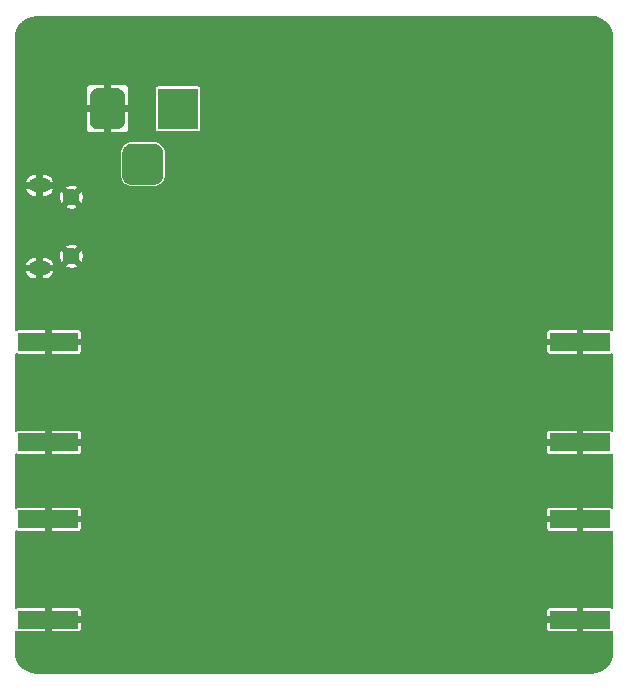
<source format=gbr>
G04 #@! TF.GenerationSoftware,KiCad,Pcbnew,5.1.5-52549c5~86~ubuntu18.04.1*
G04 #@! TF.CreationDate,2020-05-03T22:10:49-04:00*
G04 #@! TF.ProjectId,lna-filt,6c6e612d-6669-46c7-942e-6b696361645f,rev?*
G04 #@! TF.SameCoordinates,Original*
G04 #@! TF.FileFunction,Copper,L2,Bot*
G04 #@! TF.FilePolarity,Positive*
%FSLAX46Y46*%
G04 Gerber Fmt 4.6, Leading zero omitted, Abs format (unit mm)*
G04 Created by KiCad (PCBNEW 5.1.5-52549c5~86~ubuntu18.04.1) date 2020-05-03 22:10:49*
%MOMM*%
%LPD*%
G04 APERTURE LIST*
%ADD10R,5.080000X1.500000*%
%ADD11O,1.900000X1.200000*%
%ADD12C,1.450000*%
%ADD13C,0.100000*%
%ADD14R,3.500000X3.500000*%
%ADD15C,0.800000*%
%ADD16C,0.127000*%
G04 APERTURE END LIST*
D10*
X85000000Y-79250000D03*
X85000000Y-70750000D03*
X130000000Y-70750000D03*
X130000000Y-79250000D03*
D11*
X84262500Y-49500000D03*
X84262500Y-42500000D03*
D12*
X86962500Y-48500000D03*
X86962500Y-43500000D03*
G04 #@! TA.AperFunction,ComponentPad*
D13*
G36*
X93960765Y-38954213D02*
G01*
X94045704Y-38966813D01*
X94128999Y-38987677D01*
X94209848Y-39016605D01*
X94287472Y-39053319D01*
X94361124Y-39097464D01*
X94430094Y-39148616D01*
X94493718Y-39206282D01*
X94551384Y-39269906D01*
X94602536Y-39338876D01*
X94646681Y-39412528D01*
X94683395Y-39490152D01*
X94712323Y-39571001D01*
X94733187Y-39654296D01*
X94745787Y-39739235D01*
X94750000Y-39825000D01*
X94750000Y-41575000D01*
X94745787Y-41660765D01*
X94733187Y-41745704D01*
X94712323Y-41828999D01*
X94683395Y-41909848D01*
X94646681Y-41987472D01*
X94602536Y-42061124D01*
X94551384Y-42130094D01*
X94493718Y-42193718D01*
X94430094Y-42251384D01*
X94361124Y-42302536D01*
X94287472Y-42346681D01*
X94209848Y-42383395D01*
X94128999Y-42412323D01*
X94045704Y-42433187D01*
X93960765Y-42445787D01*
X93875000Y-42450000D01*
X92125000Y-42450000D01*
X92039235Y-42445787D01*
X91954296Y-42433187D01*
X91871001Y-42412323D01*
X91790152Y-42383395D01*
X91712528Y-42346681D01*
X91638876Y-42302536D01*
X91569906Y-42251384D01*
X91506282Y-42193718D01*
X91448616Y-42130094D01*
X91397464Y-42061124D01*
X91353319Y-41987472D01*
X91316605Y-41909848D01*
X91287677Y-41828999D01*
X91266813Y-41745704D01*
X91254213Y-41660765D01*
X91250000Y-41575000D01*
X91250000Y-39825000D01*
X91254213Y-39739235D01*
X91266813Y-39654296D01*
X91287677Y-39571001D01*
X91316605Y-39490152D01*
X91353319Y-39412528D01*
X91397464Y-39338876D01*
X91448616Y-39269906D01*
X91506282Y-39206282D01*
X91569906Y-39148616D01*
X91638876Y-39097464D01*
X91712528Y-39053319D01*
X91790152Y-39016605D01*
X91871001Y-38987677D01*
X91954296Y-38966813D01*
X92039235Y-38954213D01*
X92125000Y-38950000D01*
X93875000Y-38950000D01*
X93960765Y-38954213D01*
G37*
G04 #@! TD.AperFunction*
G04 #@! TA.AperFunction,ComponentPad*
G36*
X90823513Y-34253611D02*
G01*
X90896318Y-34264411D01*
X90967714Y-34282295D01*
X91037013Y-34307090D01*
X91103548Y-34338559D01*
X91166678Y-34376398D01*
X91225795Y-34420242D01*
X91280330Y-34469670D01*
X91329758Y-34524205D01*
X91373602Y-34583322D01*
X91411441Y-34646452D01*
X91442910Y-34712987D01*
X91467705Y-34782286D01*
X91485589Y-34853682D01*
X91496389Y-34926487D01*
X91500000Y-35000000D01*
X91500000Y-37000000D01*
X91496389Y-37073513D01*
X91485589Y-37146318D01*
X91467705Y-37217714D01*
X91442910Y-37287013D01*
X91411441Y-37353548D01*
X91373602Y-37416678D01*
X91329758Y-37475795D01*
X91280330Y-37530330D01*
X91225795Y-37579758D01*
X91166678Y-37623602D01*
X91103548Y-37661441D01*
X91037013Y-37692910D01*
X90967714Y-37717705D01*
X90896318Y-37735589D01*
X90823513Y-37746389D01*
X90750000Y-37750000D01*
X89250000Y-37750000D01*
X89176487Y-37746389D01*
X89103682Y-37735589D01*
X89032286Y-37717705D01*
X88962987Y-37692910D01*
X88896452Y-37661441D01*
X88833322Y-37623602D01*
X88774205Y-37579758D01*
X88719670Y-37530330D01*
X88670242Y-37475795D01*
X88626398Y-37416678D01*
X88588559Y-37353548D01*
X88557090Y-37287013D01*
X88532295Y-37217714D01*
X88514411Y-37146318D01*
X88503611Y-37073513D01*
X88500000Y-37000000D01*
X88500000Y-35000000D01*
X88503611Y-34926487D01*
X88514411Y-34853682D01*
X88532295Y-34782286D01*
X88557090Y-34712987D01*
X88588559Y-34646452D01*
X88626398Y-34583322D01*
X88670242Y-34524205D01*
X88719670Y-34469670D01*
X88774205Y-34420242D01*
X88833322Y-34376398D01*
X88896452Y-34338559D01*
X88962987Y-34307090D01*
X89032286Y-34282295D01*
X89103682Y-34264411D01*
X89176487Y-34253611D01*
X89250000Y-34250000D01*
X90750000Y-34250000D01*
X90823513Y-34253611D01*
G37*
G04 #@! TD.AperFunction*
D14*
X96000000Y-36000000D03*
D10*
X130000000Y-55750000D03*
X130000000Y-64250000D03*
X85000000Y-64250000D03*
X85000000Y-55750000D03*
D15*
X126500000Y-55750000D03*
X126500000Y-64250000D03*
X88500000Y-64250000D03*
X88500000Y-55750000D03*
X88500000Y-70750000D03*
X88500000Y-79250000D03*
X126500000Y-79250000D03*
X126500000Y-70750000D03*
X88500000Y-59000000D03*
X90500000Y-59000000D03*
X92500000Y-59000000D03*
X94500000Y-59000000D03*
X96500000Y-59000000D03*
X98500000Y-59000000D03*
X100500000Y-59000000D03*
X102500000Y-59000000D03*
X104500000Y-59000000D03*
X100500000Y-61000000D03*
X92500000Y-61000000D03*
X98500000Y-61000000D03*
X102500000Y-61000000D03*
X96500000Y-61000000D03*
X88500000Y-61000000D03*
X90500000Y-61000000D03*
X104500000Y-61000000D03*
X94500000Y-61000000D03*
X109500000Y-59000000D03*
X112500000Y-55000000D03*
X108000000Y-47500000D03*
X106500000Y-48000000D03*
X104000000Y-37000000D03*
X110000000Y-37000000D03*
X107000000Y-35000000D03*
X107000000Y-41500000D03*
X111500000Y-59000000D03*
X113500000Y-59000000D03*
X117500000Y-61000000D03*
X119500000Y-61000000D03*
X121500000Y-61000000D03*
X125500000Y-61000000D03*
X123500000Y-61000000D03*
X119500000Y-59000000D03*
X117500000Y-59000000D03*
X125500000Y-59000000D03*
X123500000Y-59000000D03*
X121500000Y-59000000D03*
X109500000Y-57000000D03*
X111500000Y-57000000D03*
X113500000Y-57000000D03*
X115500000Y-57000000D03*
X115500000Y-60000000D03*
X102500000Y-74000000D03*
X104500000Y-74000000D03*
X90500000Y-74000000D03*
X94500000Y-74000000D03*
X96500000Y-74000000D03*
X100500000Y-74000000D03*
X92500000Y-74000000D03*
X88500000Y-74000000D03*
X98500000Y-74000000D03*
X114500000Y-74000000D03*
X108500000Y-74000000D03*
X106500000Y-74000000D03*
X110500000Y-74000000D03*
X116500000Y-74000000D03*
X112500000Y-74000000D03*
X118500000Y-74000000D03*
X120500000Y-74000000D03*
X124500000Y-74000000D03*
X122500000Y-74000000D03*
X126500000Y-74000000D03*
X106500000Y-76000000D03*
X114500000Y-76000000D03*
X120500000Y-76000000D03*
X96500000Y-76000000D03*
X110500000Y-76000000D03*
X108500000Y-76000000D03*
X126500000Y-76000000D03*
X118500000Y-76000000D03*
X90500000Y-76000000D03*
X104500000Y-76000000D03*
X124500000Y-76000000D03*
X112500000Y-76000000D03*
X88500000Y-76000000D03*
X92500000Y-76000000D03*
X116500000Y-76000000D03*
X98500000Y-76000000D03*
X94500000Y-76000000D03*
X122500000Y-76000000D03*
X100500000Y-76000000D03*
X102500000Y-76000000D03*
X116500000Y-58000000D03*
X107000000Y-61000000D03*
X109500000Y-61000000D03*
X107000000Y-57000000D03*
X104500000Y-57000000D03*
X87000000Y-54000000D03*
X83000000Y-54000000D03*
X85000000Y-54000000D03*
X83000000Y-53000000D03*
X87000000Y-53000000D03*
X85000000Y-53000000D03*
X85000000Y-66000000D03*
X83000000Y-67000000D03*
X83000000Y-66000000D03*
X87000000Y-66000000D03*
X87000000Y-67000000D03*
X85000000Y-67000000D03*
X87000000Y-69000000D03*
X85000000Y-69000000D03*
X83000000Y-68000000D03*
X83000000Y-69000000D03*
X87000000Y-68000000D03*
X85000000Y-68000000D03*
X87000000Y-81000000D03*
X85000000Y-82000000D03*
X83000000Y-81000000D03*
X87000000Y-82000000D03*
X85000000Y-81000000D03*
X83000000Y-82000000D03*
X132000000Y-81000000D03*
X130000000Y-81000000D03*
X128000000Y-81000000D03*
X130000000Y-82000000D03*
X132000000Y-82000000D03*
X128000000Y-82000000D03*
X128000000Y-68000000D03*
X130000000Y-69000000D03*
X132000000Y-68000000D03*
X130000000Y-68000000D03*
X128000000Y-69000000D03*
X132000000Y-69000000D03*
X132000000Y-66000000D03*
X128000000Y-66000000D03*
X128000000Y-67000000D03*
X130000000Y-66000000D03*
X132000000Y-67000000D03*
X130000000Y-67000000D03*
X132000000Y-54000000D03*
X132000000Y-53000000D03*
X130000000Y-54000000D03*
X128000000Y-54000000D03*
X128000000Y-53000000D03*
X130000000Y-53000000D03*
X88600000Y-46200000D03*
D16*
G36*
X131341453Y-28275535D02*
G01*
X131669900Y-28374699D01*
X131972832Y-28535771D01*
X132238708Y-28752615D01*
X132457404Y-29016973D01*
X132620583Y-29318766D01*
X132722039Y-29646520D01*
X132759095Y-29999076D01*
X132759101Y-30000845D01*
X132759101Y-54769079D01*
X132717247Y-54734731D01*
X132662090Y-54705249D01*
X132602241Y-54687094D01*
X132540000Y-54680964D01*
X130269875Y-54682500D01*
X130190500Y-54761875D01*
X130190500Y-55559500D01*
X130210500Y-55559500D01*
X130210500Y-55940500D01*
X130190500Y-55940500D01*
X130190500Y-56738125D01*
X130269875Y-56817500D01*
X132540000Y-56819036D01*
X132602241Y-56812906D01*
X132662090Y-56794751D01*
X132717247Y-56765269D01*
X132759100Y-56730921D01*
X132759100Y-63269079D01*
X132717247Y-63234731D01*
X132662090Y-63205249D01*
X132602241Y-63187094D01*
X132540000Y-63180964D01*
X130269875Y-63182500D01*
X130190500Y-63261875D01*
X130190500Y-64059500D01*
X130210500Y-64059500D01*
X130210500Y-64440500D01*
X130190500Y-64440500D01*
X130190500Y-65238125D01*
X130269875Y-65317500D01*
X132540000Y-65319036D01*
X132602241Y-65312906D01*
X132662090Y-65294751D01*
X132717247Y-65265269D01*
X132759100Y-65230921D01*
X132759100Y-69769079D01*
X132717247Y-69734731D01*
X132662090Y-69705249D01*
X132602241Y-69687094D01*
X132540000Y-69680964D01*
X130269875Y-69682500D01*
X130190500Y-69761875D01*
X130190500Y-70559500D01*
X130210500Y-70559500D01*
X130210500Y-70940500D01*
X130190500Y-70940500D01*
X130190500Y-71738125D01*
X130269875Y-71817500D01*
X132540000Y-71819036D01*
X132602241Y-71812906D01*
X132662090Y-71794751D01*
X132717247Y-71765269D01*
X132759100Y-71730921D01*
X132759100Y-78269078D01*
X132717247Y-78234731D01*
X132662090Y-78205249D01*
X132602241Y-78187094D01*
X132540000Y-78180964D01*
X130269875Y-78182500D01*
X130190500Y-78261875D01*
X130190500Y-79059500D01*
X130210500Y-79059500D01*
X130210500Y-79440500D01*
X130190500Y-79440500D01*
X130190500Y-80238125D01*
X130269875Y-80317500D01*
X132540000Y-80319036D01*
X132602241Y-80312906D01*
X132662090Y-80294751D01*
X132717247Y-80265269D01*
X132759100Y-80230922D01*
X132759100Y-81988221D01*
X132724465Y-82341455D01*
X132625301Y-82669900D01*
X132464229Y-82972832D01*
X132247385Y-83238708D01*
X131983033Y-83457400D01*
X131681234Y-83620583D01*
X131353480Y-83722039D01*
X131000924Y-83759095D01*
X130999440Y-83759100D01*
X84011779Y-83759100D01*
X83658545Y-83724465D01*
X83330100Y-83625301D01*
X83027168Y-83464229D01*
X82761292Y-83247385D01*
X82542600Y-82983033D01*
X82379417Y-82681234D01*
X82277961Y-82353480D01*
X82240905Y-82000924D01*
X82240900Y-81999440D01*
X82240900Y-80230922D01*
X82282753Y-80265269D01*
X82337910Y-80294751D01*
X82397759Y-80312906D01*
X82460000Y-80319036D01*
X84730125Y-80317500D01*
X84809500Y-80238125D01*
X84809500Y-79440500D01*
X85190500Y-79440500D01*
X85190500Y-80238125D01*
X85269875Y-80317500D01*
X87540000Y-80319036D01*
X87602241Y-80312906D01*
X87662090Y-80294751D01*
X87717247Y-80265269D01*
X87765593Y-80225593D01*
X87805269Y-80177247D01*
X87834751Y-80122090D01*
X87852906Y-80062241D01*
X87859036Y-80000000D01*
X127140964Y-80000000D01*
X127147094Y-80062241D01*
X127165249Y-80122090D01*
X127194731Y-80177247D01*
X127234407Y-80225593D01*
X127282753Y-80265269D01*
X127337910Y-80294751D01*
X127397759Y-80312906D01*
X127460000Y-80319036D01*
X129730125Y-80317500D01*
X129809500Y-80238125D01*
X129809500Y-79440500D01*
X127221875Y-79440500D01*
X127142500Y-79519875D01*
X127140964Y-80000000D01*
X87859036Y-80000000D01*
X87857500Y-79519875D01*
X87778125Y-79440500D01*
X85190500Y-79440500D01*
X84809500Y-79440500D01*
X84789500Y-79440500D01*
X84789500Y-79059500D01*
X84809500Y-79059500D01*
X84809500Y-78261875D01*
X85190500Y-78261875D01*
X85190500Y-79059500D01*
X87778125Y-79059500D01*
X87857500Y-78980125D01*
X87859036Y-78500000D01*
X127140964Y-78500000D01*
X127142500Y-78980125D01*
X127221875Y-79059500D01*
X129809500Y-79059500D01*
X129809500Y-78261875D01*
X129730125Y-78182500D01*
X127460000Y-78180964D01*
X127397759Y-78187094D01*
X127337910Y-78205249D01*
X127282753Y-78234731D01*
X127234407Y-78274407D01*
X127194731Y-78322753D01*
X127165249Y-78377910D01*
X127147094Y-78437759D01*
X127140964Y-78500000D01*
X87859036Y-78500000D01*
X87852906Y-78437759D01*
X87834751Y-78377910D01*
X87805269Y-78322753D01*
X87765593Y-78274407D01*
X87717247Y-78234731D01*
X87662090Y-78205249D01*
X87602241Y-78187094D01*
X87540000Y-78180964D01*
X85269875Y-78182500D01*
X85190500Y-78261875D01*
X84809500Y-78261875D01*
X84730125Y-78182500D01*
X82460000Y-78180964D01*
X82397759Y-78187094D01*
X82337910Y-78205249D01*
X82282753Y-78234731D01*
X82240900Y-78269078D01*
X82240900Y-71730922D01*
X82282753Y-71765269D01*
X82337910Y-71794751D01*
X82397759Y-71812906D01*
X82460000Y-71819036D01*
X84730125Y-71817500D01*
X84809500Y-71738125D01*
X84809500Y-70940500D01*
X85190500Y-70940500D01*
X85190500Y-71738125D01*
X85269875Y-71817500D01*
X87540000Y-71819036D01*
X87602241Y-71812906D01*
X87662090Y-71794751D01*
X87717247Y-71765269D01*
X87765593Y-71725593D01*
X87805269Y-71677247D01*
X87834751Y-71622090D01*
X87852906Y-71562241D01*
X87859036Y-71500000D01*
X127140964Y-71500000D01*
X127147094Y-71562241D01*
X127165249Y-71622090D01*
X127194731Y-71677247D01*
X127234407Y-71725593D01*
X127282753Y-71765269D01*
X127337910Y-71794751D01*
X127397759Y-71812906D01*
X127460000Y-71819036D01*
X129730125Y-71817500D01*
X129809500Y-71738125D01*
X129809500Y-70940500D01*
X127221875Y-70940500D01*
X127142500Y-71019875D01*
X127140964Y-71500000D01*
X87859036Y-71500000D01*
X87857500Y-71019875D01*
X87778125Y-70940500D01*
X85190500Y-70940500D01*
X84809500Y-70940500D01*
X84789500Y-70940500D01*
X84789500Y-70559500D01*
X84809500Y-70559500D01*
X84809500Y-69761875D01*
X85190500Y-69761875D01*
X85190500Y-70559500D01*
X87778125Y-70559500D01*
X87857500Y-70480125D01*
X87859036Y-70000000D01*
X127140964Y-70000000D01*
X127142500Y-70480125D01*
X127221875Y-70559500D01*
X129809500Y-70559500D01*
X129809500Y-69761875D01*
X129730125Y-69682500D01*
X127460000Y-69680964D01*
X127397759Y-69687094D01*
X127337910Y-69705249D01*
X127282753Y-69734731D01*
X127234407Y-69774407D01*
X127194731Y-69822753D01*
X127165249Y-69877910D01*
X127147094Y-69937759D01*
X127140964Y-70000000D01*
X87859036Y-70000000D01*
X87852906Y-69937759D01*
X87834751Y-69877910D01*
X87805269Y-69822753D01*
X87765593Y-69774407D01*
X87717247Y-69734731D01*
X87662090Y-69705249D01*
X87602241Y-69687094D01*
X87540000Y-69680964D01*
X85269875Y-69682500D01*
X85190500Y-69761875D01*
X84809500Y-69761875D01*
X84730125Y-69682500D01*
X82460000Y-69680964D01*
X82397759Y-69687094D01*
X82337910Y-69705249D01*
X82282753Y-69734731D01*
X82240900Y-69769078D01*
X82240900Y-65230922D01*
X82282753Y-65265269D01*
X82337910Y-65294751D01*
X82397759Y-65312906D01*
X82460000Y-65319036D01*
X84730125Y-65317500D01*
X84809500Y-65238125D01*
X84809500Y-64440500D01*
X85190500Y-64440500D01*
X85190500Y-65238125D01*
X85269875Y-65317500D01*
X87540000Y-65319036D01*
X87602241Y-65312906D01*
X87662090Y-65294751D01*
X87717247Y-65265269D01*
X87765593Y-65225593D01*
X87805269Y-65177247D01*
X87834751Y-65122090D01*
X87852906Y-65062241D01*
X87859036Y-65000000D01*
X127140964Y-65000000D01*
X127147094Y-65062241D01*
X127165249Y-65122090D01*
X127194731Y-65177247D01*
X127234407Y-65225593D01*
X127282753Y-65265269D01*
X127337910Y-65294751D01*
X127397759Y-65312906D01*
X127460000Y-65319036D01*
X129730125Y-65317500D01*
X129809500Y-65238125D01*
X129809500Y-64440500D01*
X127221875Y-64440500D01*
X127142500Y-64519875D01*
X127140964Y-65000000D01*
X87859036Y-65000000D01*
X87857500Y-64519875D01*
X87778125Y-64440500D01*
X85190500Y-64440500D01*
X84809500Y-64440500D01*
X84789500Y-64440500D01*
X84789500Y-64059500D01*
X84809500Y-64059500D01*
X84809500Y-63261875D01*
X85190500Y-63261875D01*
X85190500Y-64059500D01*
X87778125Y-64059500D01*
X87857500Y-63980125D01*
X87859036Y-63500000D01*
X127140964Y-63500000D01*
X127142500Y-63980125D01*
X127221875Y-64059500D01*
X129809500Y-64059500D01*
X129809500Y-63261875D01*
X129730125Y-63182500D01*
X127460000Y-63180964D01*
X127397759Y-63187094D01*
X127337910Y-63205249D01*
X127282753Y-63234731D01*
X127234407Y-63274407D01*
X127194731Y-63322753D01*
X127165249Y-63377910D01*
X127147094Y-63437759D01*
X127140964Y-63500000D01*
X87859036Y-63500000D01*
X87852906Y-63437759D01*
X87834751Y-63377910D01*
X87805269Y-63322753D01*
X87765593Y-63274407D01*
X87717247Y-63234731D01*
X87662090Y-63205249D01*
X87602241Y-63187094D01*
X87540000Y-63180964D01*
X85269875Y-63182500D01*
X85190500Y-63261875D01*
X84809500Y-63261875D01*
X84730125Y-63182500D01*
X82460000Y-63180964D01*
X82397759Y-63187094D01*
X82337910Y-63205249D01*
X82282753Y-63234731D01*
X82240900Y-63269078D01*
X82240900Y-56730922D01*
X82282753Y-56765269D01*
X82337910Y-56794751D01*
X82397759Y-56812906D01*
X82460000Y-56819036D01*
X84730125Y-56817500D01*
X84809500Y-56738125D01*
X84809500Y-55940500D01*
X85190500Y-55940500D01*
X85190500Y-56738125D01*
X85269875Y-56817500D01*
X87540000Y-56819036D01*
X87602241Y-56812906D01*
X87662090Y-56794751D01*
X87717247Y-56765269D01*
X87765593Y-56725593D01*
X87805269Y-56677247D01*
X87834751Y-56622090D01*
X87852906Y-56562241D01*
X87859036Y-56500000D01*
X127140964Y-56500000D01*
X127147094Y-56562241D01*
X127165249Y-56622090D01*
X127194731Y-56677247D01*
X127234407Y-56725593D01*
X127282753Y-56765269D01*
X127337910Y-56794751D01*
X127397759Y-56812906D01*
X127460000Y-56819036D01*
X129730125Y-56817500D01*
X129809500Y-56738125D01*
X129809500Y-55940500D01*
X127221875Y-55940500D01*
X127142500Y-56019875D01*
X127140964Y-56500000D01*
X87859036Y-56500000D01*
X87857500Y-56019875D01*
X87778125Y-55940500D01*
X85190500Y-55940500D01*
X84809500Y-55940500D01*
X84789500Y-55940500D01*
X84789500Y-55559500D01*
X84809500Y-55559500D01*
X84809500Y-54761875D01*
X85190500Y-54761875D01*
X85190500Y-55559500D01*
X87778125Y-55559500D01*
X87857500Y-55480125D01*
X87859036Y-55000000D01*
X127140964Y-55000000D01*
X127142500Y-55480125D01*
X127221875Y-55559500D01*
X129809500Y-55559500D01*
X129809500Y-54761875D01*
X129730125Y-54682500D01*
X127460000Y-54680964D01*
X127397759Y-54687094D01*
X127337910Y-54705249D01*
X127282753Y-54734731D01*
X127234407Y-54774407D01*
X127194731Y-54822753D01*
X127165249Y-54877910D01*
X127147094Y-54937759D01*
X127140964Y-55000000D01*
X87859036Y-55000000D01*
X87852906Y-54937759D01*
X87834751Y-54877910D01*
X87805269Y-54822753D01*
X87765593Y-54774407D01*
X87717247Y-54734731D01*
X87662090Y-54705249D01*
X87602241Y-54687094D01*
X87540000Y-54680964D01*
X85269875Y-54682500D01*
X85190500Y-54761875D01*
X84809500Y-54761875D01*
X84730125Y-54682500D01*
X82460000Y-54680964D01*
X82397759Y-54687094D01*
X82337910Y-54705249D01*
X82282753Y-54734731D01*
X82240900Y-54769078D01*
X82240900Y-49828555D01*
X83055846Y-49828555D01*
X83131161Y-50035835D01*
X83250710Y-50177971D01*
X83395692Y-50294053D01*
X83560534Y-50379620D01*
X83738902Y-50431384D01*
X83923942Y-50447355D01*
X84072000Y-50354527D01*
X84072000Y-49690500D01*
X84453000Y-49690500D01*
X84453000Y-50354527D01*
X84601058Y-50447355D01*
X84786098Y-50431384D01*
X84964466Y-50379620D01*
X85129308Y-50294053D01*
X85274290Y-50177971D01*
X85393839Y-50035835D01*
X85469154Y-49828555D01*
X85428688Y-49690500D01*
X84453000Y-49690500D01*
X84072000Y-49690500D01*
X83096312Y-49690500D01*
X83055846Y-49828555D01*
X82240900Y-49828555D01*
X82240900Y-49171445D01*
X83055846Y-49171445D01*
X83096312Y-49309500D01*
X84072000Y-49309500D01*
X84072000Y-48645473D01*
X84453000Y-48645473D01*
X84453000Y-49309500D01*
X85428688Y-49309500D01*
X85429737Y-49305919D01*
X86425988Y-49305919D01*
X86511154Y-49445323D01*
X86704249Y-49515212D01*
X86907269Y-49546087D01*
X87112412Y-49536761D01*
X87311794Y-49487593D01*
X87413846Y-49445323D01*
X87499012Y-49305919D01*
X86962500Y-48769408D01*
X86425988Y-49305919D01*
X85429737Y-49305919D01*
X85469154Y-49171445D01*
X85393839Y-48964165D01*
X85274290Y-48822029D01*
X85129308Y-48705947D01*
X84964466Y-48620380D01*
X84786098Y-48568616D01*
X84601058Y-48552645D01*
X84453000Y-48645473D01*
X84072000Y-48645473D01*
X83923942Y-48552645D01*
X83738902Y-48568616D01*
X83560534Y-48620380D01*
X83395692Y-48705947D01*
X83250710Y-48822029D01*
X83131161Y-48964165D01*
X83055846Y-49171445D01*
X82240900Y-49171445D01*
X82240900Y-48444769D01*
X85916413Y-48444769D01*
X85925739Y-48649912D01*
X85974907Y-48849294D01*
X86017177Y-48951346D01*
X86156581Y-49036512D01*
X86693092Y-48500000D01*
X87231908Y-48500000D01*
X87768419Y-49036512D01*
X87907823Y-48951346D01*
X87977712Y-48758251D01*
X88008587Y-48555231D01*
X87999261Y-48350088D01*
X87950093Y-48150706D01*
X87907823Y-48048654D01*
X87768419Y-47963488D01*
X87231908Y-48500000D01*
X86693092Y-48500000D01*
X86156581Y-47963488D01*
X86017177Y-48048654D01*
X85947288Y-48241749D01*
X85916413Y-48444769D01*
X82240900Y-48444769D01*
X82240900Y-47694081D01*
X86425988Y-47694081D01*
X86962500Y-48230592D01*
X87499012Y-47694081D01*
X87413846Y-47554677D01*
X87220751Y-47484788D01*
X87017731Y-47453913D01*
X86812588Y-47463239D01*
X86613206Y-47512407D01*
X86511154Y-47554677D01*
X86425988Y-47694081D01*
X82240900Y-47694081D01*
X82240900Y-44305919D01*
X86425988Y-44305919D01*
X86511154Y-44445323D01*
X86704249Y-44515212D01*
X86907269Y-44546087D01*
X87112412Y-44536761D01*
X87311794Y-44487593D01*
X87413846Y-44445323D01*
X87499012Y-44305919D01*
X86962500Y-43769408D01*
X86425988Y-44305919D01*
X82240900Y-44305919D01*
X82240900Y-42828555D01*
X83055846Y-42828555D01*
X83131161Y-43035835D01*
X83250710Y-43177971D01*
X83395692Y-43294053D01*
X83560534Y-43379620D01*
X83738902Y-43431384D01*
X83923942Y-43447355D01*
X84072000Y-43354527D01*
X84072000Y-42690500D01*
X84453000Y-42690500D01*
X84453000Y-43354527D01*
X84601058Y-43447355D01*
X84631019Y-43444769D01*
X85916413Y-43444769D01*
X85925739Y-43649912D01*
X85974907Y-43849294D01*
X86017177Y-43951346D01*
X86156581Y-44036512D01*
X86693092Y-43500000D01*
X87231908Y-43500000D01*
X87768419Y-44036512D01*
X87907823Y-43951346D01*
X87977712Y-43758251D01*
X88008587Y-43555231D01*
X87999261Y-43350088D01*
X87950093Y-43150706D01*
X87907823Y-43048654D01*
X87768419Y-42963488D01*
X87231908Y-43500000D01*
X86693092Y-43500000D01*
X86156581Y-42963488D01*
X86017177Y-43048654D01*
X85947288Y-43241749D01*
X85916413Y-43444769D01*
X84631019Y-43444769D01*
X84786098Y-43431384D01*
X84964466Y-43379620D01*
X85129308Y-43294053D01*
X85274290Y-43177971D01*
X85393839Y-43035835D01*
X85469154Y-42828555D01*
X85429738Y-42694081D01*
X86425988Y-42694081D01*
X86962500Y-43230592D01*
X87499012Y-42694081D01*
X87413846Y-42554677D01*
X87220751Y-42484788D01*
X87017731Y-42453913D01*
X86812588Y-42463239D01*
X86613206Y-42512407D01*
X86511154Y-42554677D01*
X86425988Y-42694081D01*
X85429738Y-42694081D01*
X85428688Y-42690500D01*
X84453000Y-42690500D01*
X84072000Y-42690500D01*
X83096312Y-42690500D01*
X83055846Y-42828555D01*
X82240900Y-42828555D01*
X82240900Y-42171445D01*
X83055846Y-42171445D01*
X83096312Y-42309500D01*
X84072000Y-42309500D01*
X84072000Y-41645473D01*
X84453000Y-41645473D01*
X84453000Y-42309500D01*
X85428688Y-42309500D01*
X85469154Y-42171445D01*
X85393839Y-41964165D01*
X85274290Y-41822029D01*
X85129308Y-41705947D01*
X84964466Y-41620380D01*
X84786098Y-41568616D01*
X84601058Y-41552645D01*
X84453000Y-41645473D01*
X84072000Y-41645473D01*
X83923942Y-41552645D01*
X83738902Y-41568616D01*
X83560534Y-41620380D01*
X83395692Y-41705947D01*
X83250710Y-41822029D01*
X83131161Y-41964165D01*
X83055846Y-42171445D01*
X82240900Y-42171445D01*
X82240900Y-39825000D01*
X91033056Y-39825000D01*
X91033056Y-41575000D01*
X91054037Y-41788028D01*
X91116175Y-41992869D01*
X91217082Y-42181652D01*
X91352879Y-42347121D01*
X91518348Y-42482918D01*
X91707131Y-42583825D01*
X91911972Y-42645963D01*
X92125000Y-42666944D01*
X93875000Y-42666944D01*
X94088028Y-42645963D01*
X94292869Y-42583825D01*
X94481652Y-42482918D01*
X94647121Y-42347121D01*
X94782918Y-42181652D01*
X94883825Y-41992869D01*
X94945963Y-41788028D01*
X94966944Y-41575000D01*
X94966944Y-39825000D01*
X94945963Y-39611972D01*
X94883825Y-39407131D01*
X94782918Y-39218348D01*
X94647121Y-39052879D01*
X94481652Y-38917082D01*
X94292869Y-38816175D01*
X94088028Y-38754037D01*
X93875000Y-38733056D01*
X92125000Y-38733056D01*
X91911972Y-38754037D01*
X91707131Y-38816175D01*
X91518348Y-38917082D01*
X91352879Y-39052879D01*
X91217082Y-39218348D01*
X91116175Y-39407131D01*
X91054037Y-39611972D01*
X91033056Y-39825000D01*
X82240900Y-39825000D01*
X82240900Y-37750000D01*
X88180964Y-37750000D01*
X88187094Y-37812241D01*
X88205249Y-37872090D01*
X88234731Y-37927247D01*
X88274407Y-37975593D01*
X88322753Y-38015269D01*
X88377910Y-38044751D01*
X88437759Y-38062906D01*
X88500000Y-38069036D01*
X89730125Y-38067500D01*
X89809500Y-37988125D01*
X89809500Y-36190500D01*
X90190500Y-36190500D01*
X90190500Y-37988125D01*
X90269875Y-38067500D01*
X91500000Y-38069036D01*
X91562241Y-38062906D01*
X91622090Y-38044751D01*
X91677247Y-38015269D01*
X91725593Y-37975593D01*
X91765269Y-37927247D01*
X91794751Y-37872090D01*
X91812906Y-37812241D01*
X91819036Y-37750000D01*
X91817500Y-36269875D01*
X91738125Y-36190500D01*
X90190500Y-36190500D01*
X89809500Y-36190500D01*
X88261875Y-36190500D01*
X88182500Y-36269875D01*
X88180964Y-37750000D01*
X82240900Y-37750000D01*
X82240900Y-34250000D01*
X88180964Y-34250000D01*
X88182500Y-35730125D01*
X88261875Y-35809500D01*
X89809500Y-35809500D01*
X89809500Y-34011875D01*
X90190500Y-34011875D01*
X90190500Y-35809500D01*
X91738125Y-35809500D01*
X91817500Y-35730125D01*
X91819036Y-34250000D01*
X94033056Y-34250000D01*
X94033056Y-37750000D01*
X94037225Y-37792324D01*
X94049570Y-37833021D01*
X94069618Y-37870528D01*
X94096597Y-37903403D01*
X94129472Y-37930382D01*
X94166979Y-37950430D01*
X94207676Y-37962775D01*
X94250000Y-37966944D01*
X97750000Y-37966944D01*
X97792324Y-37962775D01*
X97833021Y-37950430D01*
X97870528Y-37930382D01*
X97903403Y-37903403D01*
X97930382Y-37870528D01*
X97950430Y-37833021D01*
X97962775Y-37792324D01*
X97966944Y-37750000D01*
X97966944Y-34250000D01*
X97962775Y-34207676D01*
X97950430Y-34166979D01*
X97930382Y-34129472D01*
X97903403Y-34096597D01*
X97870528Y-34069618D01*
X97833021Y-34049570D01*
X97792324Y-34037225D01*
X97750000Y-34033056D01*
X94250000Y-34033056D01*
X94207676Y-34037225D01*
X94166979Y-34049570D01*
X94129472Y-34069618D01*
X94096597Y-34096597D01*
X94069618Y-34129472D01*
X94049570Y-34166979D01*
X94037225Y-34207676D01*
X94033056Y-34250000D01*
X91819036Y-34250000D01*
X91812906Y-34187759D01*
X91794751Y-34127910D01*
X91765269Y-34072753D01*
X91725593Y-34024407D01*
X91677247Y-33984731D01*
X91622090Y-33955249D01*
X91562241Y-33937094D01*
X91500000Y-33930964D01*
X90269875Y-33932500D01*
X90190500Y-34011875D01*
X89809500Y-34011875D01*
X89730125Y-33932500D01*
X88500000Y-33930964D01*
X88437759Y-33937094D01*
X88377910Y-33955249D01*
X88322753Y-33984731D01*
X88274407Y-34024407D01*
X88234731Y-34072753D01*
X88205249Y-34127910D01*
X88187094Y-34187759D01*
X88180964Y-34250000D01*
X82240900Y-34250000D01*
X82240900Y-30011779D01*
X82275535Y-29658547D01*
X82374699Y-29330100D01*
X82535771Y-29027168D01*
X82752615Y-28761292D01*
X83016973Y-28542596D01*
X83318766Y-28379417D01*
X83646520Y-28277961D01*
X83999076Y-28240905D01*
X84000560Y-28240900D01*
X130988221Y-28240900D01*
X131341453Y-28275535D01*
G37*
X131341453Y-28275535D02*
X131669900Y-28374699D01*
X131972832Y-28535771D01*
X132238708Y-28752615D01*
X132457404Y-29016973D01*
X132620583Y-29318766D01*
X132722039Y-29646520D01*
X132759095Y-29999076D01*
X132759101Y-30000845D01*
X132759101Y-54769079D01*
X132717247Y-54734731D01*
X132662090Y-54705249D01*
X132602241Y-54687094D01*
X132540000Y-54680964D01*
X130269875Y-54682500D01*
X130190500Y-54761875D01*
X130190500Y-55559500D01*
X130210500Y-55559500D01*
X130210500Y-55940500D01*
X130190500Y-55940500D01*
X130190500Y-56738125D01*
X130269875Y-56817500D01*
X132540000Y-56819036D01*
X132602241Y-56812906D01*
X132662090Y-56794751D01*
X132717247Y-56765269D01*
X132759100Y-56730921D01*
X132759100Y-63269079D01*
X132717247Y-63234731D01*
X132662090Y-63205249D01*
X132602241Y-63187094D01*
X132540000Y-63180964D01*
X130269875Y-63182500D01*
X130190500Y-63261875D01*
X130190500Y-64059500D01*
X130210500Y-64059500D01*
X130210500Y-64440500D01*
X130190500Y-64440500D01*
X130190500Y-65238125D01*
X130269875Y-65317500D01*
X132540000Y-65319036D01*
X132602241Y-65312906D01*
X132662090Y-65294751D01*
X132717247Y-65265269D01*
X132759100Y-65230921D01*
X132759100Y-69769079D01*
X132717247Y-69734731D01*
X132662090Y-69705249D01*
X132602241Y-69687094D01*
X132540000Y-69680964D01*
X130269875Y-69682500D01*
X130190500Y-69761875D01*
X130190500Y-70559500D01*
X130210500Y-70559500D01*
X130210500Y-70940500D01*
X130190500Y-70940500D01*
X130190500Y-71738125D01*
X130269875Y-71817500D01*
X132540000Y-71819036D01*
X132602241Y-71812906D01*
X132662090Y-71794751D01*
X132717247Y-71765269D01*
X132759100Y-71730921D01*
X132759100Y-78269078D01*
X132717247Y-78234731D01*
X132662090Y-78205249D01*
X132602241Y-78187094D01*
X132540000Y-78180964D01*
X130269875Y-78182500D01*
X130190500Y-78261875D01*
X130190500Y-79059500D01*
X130210500Y-79059500D01*
X130210500Y-79440500D01*
X130190500Y-79440500D01*
X130190500Y-80238125D01*
X130269875Y-80317500D01*
X132540000Y-80319036D01*
X132602241Y-80312906D01*
X132662090Y-80294751D01*
X132717247Y-80265269D01*
X132759100Y-80230922D01*
X132759100Y-81988221D01*
X132724465Y-82341455D01*
X132625301Y-82669900D01*
X132464229Y-82972832D01*
X132247385Y-83238708D01*
X131983033Y-83457400D01*
X131681234Y-83620583D01*
X131353480Y-83722039D01*
X131000924Y-83759095D01*
X130999440Y-83759100D01*
X84011779Y-83759100D01*
X83658545Y-83724465D01*
X83330100Y-83625301D01*
X83027168Y-83464229D01*
X82761292Y-83247385D01*
X82542600Y-82983033D01*
X82379417Y-82681234D01*
X82277961Y-82353480D01*
X82240905Y-82000924D01*
X82240900Y-81999440D01*
X82240900Y-80230922D01*
X82282753Y-80265269D01*
X82337910Y-80294751D01*
X82397759Y-80312906D01*
X82460000Y-80319036D01*
X84730125Y-80317500D01*
X84809500Y-80238125D01*
X84809500Y-79440500D01*
X85190500Y-79440500D01*
X85190500Y-80238125D01*
X85269875Y-80317500D01*
X87540000Y-80319036D01*
X87602241Y-80312906D01*
X87662090Y-80294751D01*
X87717247Y-80265269D01*
X87765593Y-80225593D01*
X87805269Y-80177247D01*
X87834751Y-80122090D01*
X87852906Y-80062241D01*
X87859036Y-80000000D01*
X127140964Y-80000000D01*
X127147094Y-80062241D01*
X127165249Y-80122090D01*
X127194731Y-80177247D01*
X127234407Y-80225593D01*
X127282753Y-80265269D01*
X127337910Y-80294751D01*
X127397759Y-80312906D01*
X127460000Y-80319036D01*
X129730125Y-80317500D01*
X129809500Y-80238125D01*
X129809500Y-79440500D01*
X127221875Y-79440500D01*
X127142500Y-79519875D01*
X127140964Y-80000000D01*
X87859036Y-80000000D01*
X87857500Y-79519875D01*
X87778125Y-79440500D01*
X85190500Y-79440500D01*
X84809500Y-79440500D01*
X84789500Y-79440500D01*
X84789500Y-79059500D01*
X84809500Y-79059500D01*
X84809500Y-78261875D01*
X85190500Y-78261875D01*
X85190500Y-79059500D01*
X87778125Y-79059500D01*
X87857500Y-78980125D01*
X87859036Y-78500000D01*
X127140964Y-78500000D01*
X127142500Y-78980125D01*
X127221875Y-79059500D01*
X129809500Y-79059500D01*
X129809500Y-78261875D01*
X129730125Y-78182500D01*
X127460000Y-78180964D01*
X127397759Y-78187094D01*
X127337910Y-78205249D01*
X127282753Y-78234731D01*
X127234407Y-78274407D01*
X127194731Y-78322753D01*
X127165249Y-78377910D01*
X127147094Y-78437759D01*
X127140964Y-78500000D01*
X87859036Y-78500000D01*
X87852906Y-78437759D01*
X87834751Y-78377910D01*
X87805269Y-78322753D01*
X87765593Y-78274407D01*
X87717247Y-78234731D01*
X87662090Y-78205249D01*
X87602241Y-78187094D01*
X87540000Y-78180964D01*
X85269875Y-78182500D01*
X85190500Y-78261875D01*
X84809500Y-78261875D01*
X84730125Y-78182500D01*
X82460000Y-78180964D01*
X82397759Y-78187094D01*
X82337910Y-78205249D01*
X82282753Y-78234731D01*
X82240900Y-78269078D01*
X82240900Y-71730922D01*
X82282753Y-71765269D01*
X82337910Y-71794751D01*
X82397759Y-71812906D01*
X82460000Y-71819036D01*
X84730125Y-71817500D01*
X84809500Y-71738125D01*
X84809500Y-70940500D01*
X85190500Y-70940500D01*
X85190500Y-71738125D01*
X85269875Y-71817500D01*
X87540000Y-71819036D01*
X87602241Y-71812906D01*
X87662090Y-71794751D01*
X87717247Y-71765269D01*
X87765593Y-71725593D01*
X87805269Y-71677247D01*
X87834751Y-71622090D01*
X87852906Y-71562241D01*
X87859036Y-71500000D01*
X127140964Y-71500000D01*
X127147094Y-71562241D01*
X127165249Y-71622090D01*
X127194731Y-71677247D01*
X127234407Y-71725593D01*
X127282753Y-71765269D01*
X127337910Y-71794751D01*
X127397759Y-71812906D01*
X127460000Y-71819036D01*
X129730125Y-71817500D01*
X129809500Y-71738125D01*
X129809500Y-70940500D01*
X127221875Y-70940500D01*
X127142500Y-71019875D01*
X127140964Y-71500000D01*
X87859036Y-71500000D01*
X87857500Y-71019875D01*
X87778125Y-70940500D01*
X85190500Y-70940500D01*
X84809500Y-70940500D01*
X84789500Y-70940500D01*
X84789500Y-70559500D01*
X84809500Y-70559500D01*
X84809500Y-69761875D01*
X85190500Y-69761875D01*
X85190500Y-70559500D01*
X87778125Y-70559500D01*
X87857500Y-70480125D01*
X87859036Y-70000000D01*
X127140964Y-70000000D01*
X127142500Y-70480125D01*
X127221875Y-70559500D01*
X129809500Y-70559500D01*
X129809500Y-69761875D01*
X129730125Y-69682500D01*
X127460000Y-69680964D01*
X127397759Y-69687094D01*
X127337910Y-69705249D01*
X127282753Y-69734731D01*
X127234407Y-69774407D01*
X127194731Y-69822753D01*
X127165249Y-69877910D01*
X127147094Y-69937759D01*
X127140964Y-70000000D01*
X87859036Y-70000000D01*
X87852906Y-69937759D01*
X87834751Y-69877910D01*
X87805269Y-69822753D01*
X87765593Y-69774407D01*
X87717247Y-69734731D01*
X87662090Y-69705249D01*
X87602241Y-69687094D01*
X87540000Y-69680964D01*
X85269875Y-69682500D01*
X85190500Y-69761875D01*
X84809500Y-69761875D01*
X84730125Y-69682500D01*
X82460000Y-69680964D01*
X82397759Y-69687094D01*
X82337910Y-69705249D01*
X82282753Y-69734731D01*
X82240900Y-69769078D01*
X82240900Y-65230922D01*
X82282753Y-65265269D01*
X82337910Y-65294751D01*
X82397759Y-65312906D01*
X82460000Y-65319036D01*
X84730125Y-65317500D01*
X84809500Y-65238125D01*
X84809500Y-64440500D01*
X85190500Y-64440500D01*
X85190500Y-65238125D01*
X85269875Y-65317500D01*
X87540000Y-65319036D01*
X87602241Y-65312906D01*
X87662090Y-65294751D01*
X87717247Y-65265269D01*
X87765593Y-65225593D01*
X87805269Y-65177247D01*
X87834751Y-65122090D01*
X87852906Y-65062241D01*
X87859036Y-65000000D01*
X127140964Y-65000000D01*
X127147094Y-65062241D01*
X127165249Y-65122090D01*
X127194731Y-65177247D01*
X127234407Y-65225593D01*
X127282753Y-65265269D01*
X127337910Y-65294751D01*
X127397759Y-65312906D01*
X127460000Y-65319036D01*
X129730125Y-65317500D01*
X129809500Y-65238125D01*
X129809500Y-64440500D01*
X127221875Y-64440500D01*
X127142500Y-64519875D01*
X127140964Y-65000000D01*
X87859036Y-65000000D01*
X87857500Y-64519875D01*
X87778125Y-64440500D01*
X85190500Y-64440500D01*
X84809500Y-64440500D01*
X84789500Y-64440500D01*
X84789500Y-64059500D01*
X84809500Y-64059500D01*
X84809500Y-63261875D01*
X85190500Y-63261875D01*
X85190500Y-64059500D01*
X87778125Y-64059500D01*
X87857500Y-63980125D01*
X87859036Y-63500000D01*
X127140964Y-63500000D01*
X127142500Y-63980125D01*
X127221875Y-64059500D01*
X129809500Y-64059500D01*
X129809500Y-63261875D01*
X129730125Y-63182500D01*
X127460000Y-63180964D01*
X127397759Y-63187094D01*
X127337910Y-63205249D01*
X127282753Y-63234731D01*
X127234407Y-63274407D01*
X127194731Y-63322753D01*
X127165249Y-63377910D01*
X127147094Y-63437759D01*
X127140964Y-63500000D01*
X87859036Y-63500000D01*
X87852906Y-63437759D01*
X87834751Y-63377910D01*
X87805269Y-63322753D01*
X87765593Y-63274407D01*
X87717247Y-63234731D01*
X87662090Y-63205249D01*
X87602241Y-63187094D01*
X87540000Y-63180964D01*
X85269875Y-63182500D01*
X85190500Y-63261875D01*
X84809500Y-63261875D01*
X84730125Y-63182500D01*
X82460000Y-63180964D01*
X82397759Y-63187094D01*
X82337910Y-63205249D01*
X82282753Y-63234731D01*
X82240900Y-63269078D01*
X82240900Y-56730922D01*
X82282753Y-56765269D01*
X82337910Y-56794751D01*
X82397759Y-56812906D01*
X82460000Y-56819036D01*
X84730125Y-56817500D01*
X84809500Y-56738125D01*
X84809500Y-55940500D01*
X85190500Y-55940500D01*
X85190500Y-56738125D01*
X85269875Y-56817500D01*
X87540000Y-56819036D01*
X87602241Y-56812906D01*
X87662090Y-56794751D01*
X87717247Y-56765269D01*
X87765593Y-56725593D01*
X87805269Y-56677247D01*
X87834751Y-56622090D01*
X87852906Y-56562241D01*
X87859036Y-56500000D01*
X127140964Y-56500000D01*
X127147094Y-56562241D01*
X127165249Y-56622090D01*
X127194731Y-56677247D01*
X127234407Y-56725593D01*
X127282753Y-56765269D01*
X127337910Y-56794751D01*
X127397759Y-56812906D01*
X127460000Y-56819036D01*
X129730125Y-56817500D01*
X129809500Y-56738125D01*
X129809500Y-55940500D01*
X127221875Y-55940500D01*
X127142500Y-56019875D01*
X127140964Y-56500000D01*
X87859036Y-56500000D01*
X87857500Y-56019875D01*
X87778125Y-55940500D01*
X85190500Y-55940500D01*
X84809500Y-55940500D01*
X84789500Y-55940500D01*
X84789500Y-55559500D01*
X84809500Y-55559500D01*
X84809500Y-54761875D01*
X85190500Y-54761875D01*
X85190500Y-55559500D01*
X87778125Y-55559500D01*
X87857500Y-55480125D01*
X87859036Y-55000000D01*
X127140964Y-55000000D01*
X127142500Y-55480125D01*
X127221875Y-55559500D01*
X129809500Y-55559500D01*
X129809500Y-54761875D01*
X129730125Y-54682500D01*
X127460000Y-54680964D01*
X127397759Y-54687094D01*
X127337910Y-54705249D01*
X127282753Y-54734731D01*
X127234407Y-54774407D01*
X127194731Y-54822753D01*
X127165249Y-54877910D01*
X127147094Y-54937759D01*
X127140964Y-55000000D01*
X87859036Y-55000000D01*
X87852906Y-54937759D01*
X87834751Y-54877910D01*
X87805269Y-54822753D01*
X87765593Y-54774407D01*
X87717247Y-54734731D01*
X87662090Y-54705249D01*
X87602241Y-54687094D01*
X87540000Y-54680964D01*
X85269875Y-54682500D01*
X85190500Y-54761875D01*
X84809500Y-54761875D01*
X84730125Y-54682500D01*
X82460000Y-54680964D01*
X82397759Y-54687094D01*
X82337910Y-54705249D01*
X82282753Y-54734731D01*
X82240900Y-54769078D01*
X82240900Y-49828555D01*
X83055846Y-49828555D01*
X83131161Y-50035835D01*
X83250710Y-50177971D01*
X83395692Y-50294053D01*
X83560534Y-50379620D01*
X83738902Y-50431384D01*
X83923942Y-50447355D01*
X84072000Y-50354527D01*
X84072000Y-49690500D01*
X84453000Y-49690500D01*
X84453000Y-50354527D01*
X84601058Y-50447355D01*
X84786098Y-50431384D01*
X84964466Y-50379620D01*
X85129308Y-50294053D01*
X85274290Y-50177971D01*
X85393839Y-50035835D01*
X85469154Y-49828555D01*
X85428688Y-49690500D01*
X84453000Y-49690500D01*
X84072000Y-49690500D01*
X83096312Y-49690500D01*
X83055846Y-49828555D01*
X82240900Y-49828555D01*
X82240900Y-49171445D01*
X83055846Y-49171445D01*
X83096312Y-49309500D01*
X84072000Y-49309500D01*
X84072000Y-48645473D01*
X84453000Y-48645473D01*
X84453000Y-49309500D01*
X85428688Y-49309500D01*
X85429737Y-49305919D01*
X86425988Y-49305919D01*
X86511154Y-49445323D01*
X86704249Y-49515212D01*
X86907269Y-49546087D01*
X87112412Y-49536761D01*
X87311794Y-49487593D01*
X87413846Y-49445323D01*
X87499012Y-49305919D01*
X86962500Y-48769408D01*
X86425988Y-49305919D01*
X85429737Y-49305919D01*
X85469154Y-49171445D01*
X85393839Y-48964165D01*
X85274290Y-48822029D01*
X85129308Y-48705947D01*
X84964466Y-48620380D01*
X84786098Y-48568616D01*
X84601058Y-48552645D01*
X84453000Y-48645473D01*
X84072000Y-48645473D01*
X83923942Y-48552645D01*
X83738902Y-48568616D01*
X83560534Y-48620380D01*
X83395692Y-48705947D01*
X83250710Y-48822029D01*
X83131161Y-48964165D01*
X83055846Y-49171445D01*
X82240900Y-49171445D01*
X82240900Y-48444769D01*
X85916413Y-48444769D01*
X85925739Y-48649912D01*
X85974907Y-48849294D01*
X86017177Y-48951346D01*
X86156581Y-49036512D01*
X86693092Y-48500000D01*
X87231908Y-48500000D01*
X87768419Y-49036512D01*
X87907823Y-48951346D01*
X87977712Y-48758251D01*
X88008587Y-48555231D01*
X87999261Y-48350088D01*
X87950093Y-48150706D01*
X87907823Y-48048654D01*
X87768419Y-47963488D01*
X87231908Y-48500000D01*
X86693092Y-48500000D01*
X86156581Y-47963488D01*
X86017177Y-48048654D01*
X85947288Y-48241749D01*
X85916413Y-48444769D01*
X82240900Y-48444769D01*
X82240900Y-47694081D01*
X86425988Y-47694081D01*
X86962500Y-48230592D01*
X87499012Y-47694081D01*
X87413846Y-47554677D01*
X87220751Y-47484788D01*
X87017731Y-47453913D01*
X86812588Y-47463239D01*
X86613206Y-47512407D01*
X86511154Y-47554677D01*
X86425988Y-47694081D01*
X82240900Y-47694081D01*
X82240900Y-44305919D01*
X86425988Y-44305919D01*
X86511154Y-44445323D01*
X86704249Y-44515212D01*
X86907269Y-44546087D01*
X87112412Y-44536761D01*
X87311794Y-44487593D01*
X87413846Y-44445323D01*
X87499012Y-44305919D01*
X86962500Y-43769408D01*
X86425988Y-44305919D01*
X82240900Y-44305919D01*
X82240900Y-42828555D01*
X83055846Y-42828555D01*
X83131161Y-43035835D01*
X83250710Y-43177971D01*
X83395692Y-43294053D01*
X83560534Y-43379620D01*
X83738902Y-43431384D01*
X83923942Y-43447355D01*
X84072000Y-43354527D01*
X84072000Y-42690500D01*
X84453000Y-42690500D01*
X84453000Y-43354527D01*
X84601058Y-43447355D01*
X84631019Y-43444769D01*
X85916413Y-43444769D01*
X85925739Y-43649912D01*
X85974907Y-43849294D01*
X86017177Y-43951346D01*
X86156581Y-44036512D01*
X86693092Y-43500000D01*
X87231908Y-43500000D01*
X87768419Y-44036512D01*
X87907823Y-43951346D01*
X87977712Y-43758251D01*
X88008587Y-43555231D01*
X87999261Y-43350088D01*
X87950093Y-43150706D01*
X87907823Y-43048654D01*
X87768419Y-42963488D01*
X87231908Y-43500000D01*
X86693092Y-43500000D01*
X86156581Y-42963488D01*
X86017177Y-43048654D01*
X85947288Y-43241749D01*
X85916413Y-43444769D01*
X84631019Y-43444769D01*
X84786098Y-43431384D01*
X84964466Y-43379620D01*
X85129308Y-43294053D01*
X85274290Y-43177971D01*
X85393839Y-43035835D01*
X85469154Y-42828555D01*
X85429738Y-42694081D01*
X86425988Y-42694081D01*
X86962500Y-43230592D01*
X87499012Y-42694081D01*
X87413846Y-42554677D01*
X87220751Y-42484788D01*
X87017731Y-42453913D01*
X86812588Y-42463239D01*
X86613206Y-42512407D01*
X86511154Y-42554677D01*
X86425988Y-42694081D01*
X85429738Y-42694081D01*
X85428688Y-42690500D01*
X84453000Y-42690500D01*
X84072000Y-42690500D01*
X83096312Y-42690500D01*
X83055846Y-42828555D01*
X82240900Y-42828555D01*
X82240900Y-42171445D01*
X83055846Y-42171445D01*
X83096312Y-42309500D01*
X84072000Y-42309500D01*
X84072000Y-41645473D01*
X84453000Y-41645473D01*
X84453000Y-42309500D01*
X85428688Y-42309500D01*
X85469154Y-42171445D01*
X85393839Y-41964165D01*
X85274290Y-41822029D01*
X85129308Y-41705947D01*
X84964466Y-41620380D01*
X84786098Y-41568616D01*
X84601058Y-41552645D01*
X84453000Y-41645473D01*
X84072000Y-41645473D01*
X83923942Y-41552645D01*
X83738902Y-41568616D01*
X83560534Y-41620380D01*
X83395692Y-41705947D01*
X83250710Y-41822029D01*
X83131161Y-41964165D01*
X83055846Y-42171445D01*
X82240900Y-42171445D01*
X82240900Y-39825000D01*
X91033056Y-39825000D01*
X91033056Y-41575000D01*
X91054037Y-41788028D01*
X91116175Y-41992869D01*
X91217082Y-42181652D01*
X91352879Y-42347121D01*
X91518348Y-42482918D01*
X91707131Y-42583825D01*
X91911972Y-42645963D01*
X92125000Y-42666944D01*
X93875000Y-42666944D01*
X94088028Y-42645963D01*
X94292869Y-42583825D01*
X94481652Y-42482918D01*
X94647121Y-42347121D01*
X94782918Y-42181652D01*
X94883825Y-41992869D01*
X94945963Y-41788028D01*
X94966944Y-41575000D01*
X94966944Y-39825000D01*
X94945963Y-39611972D01*
X94883825Y-39407131D01*
X94782918Y-39218348D01*
X94647121Y-39052879D01*
X94481652Y-38917082D01*
X94292869Y-38816175D01*
X94088028Y-38754037D01*
X93875000Y-38733056D01*
X92125000Y-38733056D01*
X91911972Y-38754037D01*
X91707131Y-38816175D01*
X91518348Y-38917082D01*
X91352879Y-39052879D01*
X91217082Y-39218348D01*
X91116175Y-39407131D01*
X91054037Y-39611972D01*
X91033056Y-39825000D01*
X82240900Y-39825000D01*
X82240900Y-37750000D01*
X88180964Y-37750000D01*
X88187094Y-37812241D01*
X88205249Y-37872090D01*
X88234731Y-37927247D01*
X88274407Y-37975593D01*
X88322753Y-38015269D01*
X88377910Y-38044751D01*
X88437759Y-38062906D01*
X88500000Y-38069036D01*
X89730125Y-38067500D01*
X89809500Y-37988125D01*
X89809500Y-36190500D01*
X90190500Y-36190500D01*
X90190500Y-37988125D01*
X90269875Y-38067500D01*
X91500000Y-38069036D01*
X91562241Y-38062906D01*
X91622090Y-38044751D01*
X91677247Y-38015269D01*
X91725593Y-37975593D01*
X91765269Y-37927247D01*
X91794751Y-37872090D01*
X91812906Y-37812241D01*
X91819036Y-37750000D01*
X91817500Y-36269875D01*
X91738125Y-36190500D01*
X90190500Y-36190500D01*
X89809500Y-36190500D01*
X88261875Y-36190500D01*
X88182500Y-36269875D01*
X88180964Y-37750000D01*
X82240900Y-37750000D01*
X82240900Y-34250000D01*
X88180964Y-34250000D01*
X88182500Y-35730125D01*
X88261875Y-35809500D01*
X89809500Y-35809500D01*
X89809500Y-34011875D01*
X90190500Y-34011875D01*
X90190500Y-35809500D01*
X91738125Y-35809500D01*
X91817500Y-35730125D01*
X91819036Y-34250000D01*
X94033056Y-34250000D01*
X94033056Y-37750000D01*
X94037225Y-37792324D01*
X94049570Y-37833021D01*
X94069618Y-37870528D01*
X94096597Y-37903403D01*
X94129472Y-37930382D01*
X94166979Y-37950430D01*
X94207676Y-37962775D01*
X94250000Y-37966944D01*
X97750000Y-37966944D01*
X97792324Y-37962775D01*
X97833021Y-37950430D01*
X97870528Y-37930382D01*
X97903403Y-37903403D01*
X97930382Y-37870528D01*
X97950430Y-37833021D01*
X97962775Y-37792324D01*
X97966944Y-37750000D01*
X97966944Y-34250000D01*
X97962775Y-34207676D01*
X97950430Y-34166979D01*
X97930382Y-34129472D01*
X97903403Y-34096597D01*
X97870528Y-34069618D01*
X97833021Y-34049570D01*
X97792324Y-34037225D01*
X97750000Y-34033056D01*
X94250000Y-34033056D01*
X94207676Y-34037225D01*
X94166979Y-34049570D01*
X94129472Y-34069618D01*
X94096597Y-34096597D01*
X94069618Y-34129472D01*
X94049570Y-34166979D01*
X94037225Y-34207676D01*
X94033056Y-34250000D01*
X91819036Y-34250000D01*
X91812906Y-34187759D01*
X91794751Y-34127910D01*
X91765269Y-34072753D01*
X91725593Y-34024407D01*
X91677247Y-33984731D01*
X91622090Y-33955249D01*
X91562241Y-33937094D01*
X91500000Y-33930964D01*
X90269875Y-33932500D01*
X90190500Y-34011875D01*
X89809500Y-34011875D01*
X89730125Y-33932500D01*
X88500000Y-33930964D01*
X88437759Y-33937094D01*
X88377910Y-33955249D01*
X88322753Y-33984731D01*
X88274407Y-34024407D01*
X88234731Y-34072753D01*
X88205249Y-34127910D01*
X88187094Y-34187759D01*
X88180964Y-34250000D01*
X82240900Y-34250000D01*
X82240900Y-30011779D01*
X82275535Y-29658547D01*
X82374699Y-29330100D01*
X82535771Y-29027168D01*
X82752615Y-28761292D01*
X83016973Y-28542596D01*
X83318766Y-28379417D01*
X83646520Y-28277961D01*
X83999076Y-28240905D01*
X84000560Y-28240900D01*
X130988221Y-28240900D01*
X131341453Y-28275535D01*
M02*

</source>
